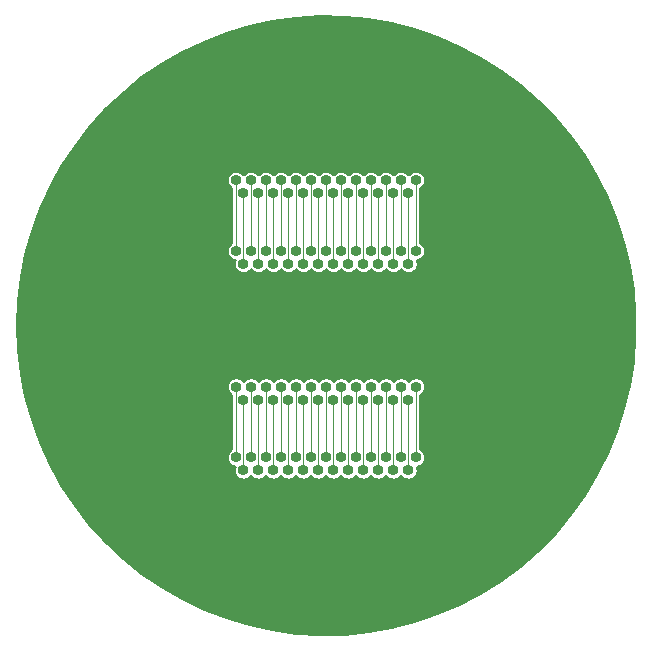
<source format=gbr>
%TF.GenerationSoftware,KiCad,Pcbnew,(5.1.10)-1*%
%TF.CreationDate,2023-01-05T11:00:30-07:00*%
%TF.ProjectId,Double_MicroD_25_Gateway,446f7562-6c65-45f4-9d69-63726f445f32,rev?*%
%TF.SameCoordinates,Original*%
%TF.FileFunction,Copper,L1,Top*%
%TF.FilePolarity,Positive*%
%FSLAX46Y46*%
G04 Gerber Fmt 4.6, Leading zero omitted, Abs format (unit mm)*
G04 Created by KiCad (PCBNEW (5.1.10)-1) date 2023-01-05 11:00:30*
%MOMM*%
%LPD*%
G01*
G04 APERTURE LIST*
%TA.AperFunction,ComponentPad*%
%ADD10O,0.920000X0.920000*%
%TD*%
%TA.AperFunction,Conductor*%
%ADD11C,0.100000*%
%TD*%
%TA.AperFunction,NonConductor*%
%ADD12C,0.254000*%
%TD*%
%TA.AperFunction,NonConductor*%
%ADD13C,0.100000*%
%TD*%
G04 APERTURE END LIST*
D10*
%TO.P,J4,1*%
%TO.N,Net-(J3-Pad13)*%
X7620000Y-11196000D03*
%TO.P,J4,14*%
%TO.N,Net-(J3-Pad25)*%
X6985000Y-12296000D03*
%TO.P,J4,2*%
%TO.N,Net-(J3-Pad12)*%
X6350000Y-11196000D03*
%TO.P,J4,15*%
%TO.N,Net-(J3-Pad24)*%
X5715000Y-12296000D03*
%TO.P,J4,3*%
%TO.N,Net-(J3-Pad11)*%
X5080000Y-11196000D03*
%TO.P,J4,16*%
%TO.N,Net-(J3-Pad23)*%
X4445000Y-12296000D03*
%TO.P,J4,4*%
%TO.N,Net-(J3-Pad10)*%
X3810000Y-11196000D03*
%TO.P,J4,17*%
%TO.N,Net-(J3-Pad22)*%
X3175000Y-12296000D03*
%TO.P,J4,5*%
%TO.N,Net-(J3-Pad9)*%
X2540000Y-11196000D03*
%TO.P,J4,18*%
%TO.N,Net-(J3-Pad21)*%
X1905000Y-12296000D03*
%TO.P,J4,6*%
%TO.N,Net-(J3-Pad8)*%
X1270000Y-11196000D03*
%TO.P,J4,19*%
%TO.N,Net-(J3-Pad20)*%
X635000Y-12296000D03*
%TO.P,J4,7*%
%TO.N,Net-(J3-Pad7)*%
X0Y-11196000D03*
%TO.P,J4,20*%
%TO.N,Net-(J3-Pad19)*%
X-635000Y-12296000D03*
%TO.P,J4,8*%
%TO.N,Net-(J3-Pad6)*%
X-1270000Y-11196000D03*
%TO.P,J4,21*%
%TO.N,Net-(J3-Pad18)*%
X-1905000Y-12296000D03*
%TO.P,J4,9*%
%TO.N,Net-(J3-Pad5)*%
X-2540000Y-11196000D03*
%TO.P,J4,22*%
%TO.N,Net-(J3-Pad17)*%
X-3175000Y-12296000D03*
%TO.P,J4,10*%
%TO.N,Net-(J3-Pad4)*%
X-3810000Y-11196000D03*
%TO.P,J4,23*%
%TO.N,Net-(J3-Pad16)*%
X-4445000Y-12296000D03*
%TO.P,J4,11*%
%TO.N,Net-(J3-Pad3)*%
X-5080000Y-11196000D03*
%TO.P,J4,24*%
%TO.N,Net-(J3-Pad15)*%
X-5715000Y-12296000D03*
%TO.P,J4,12*%
%TO.N,Net-(J3-Pad2)*%
X-6350000Y-11196000D03*
%TO.P,J4,25*%
%TO.N,Net-(J3-Pad14)*%
X-6985000Y-12296000D03*
%TO.P,J4,13*%
%TO.N,Net-(J3-Pad1)*%
X-7620000Y-11196000D03*
%TD*%
%TO.P,J3,1*%
%TO.N,Net-(J3-Pad1)*%
X-7620000Y-5196000D03*
%TO.P,J3,14*%
%TO.N,Net-(J3-Pad14)*%
X-6985000Y-6296000D03*
%TO.P,J3,2*%
%TO.N,Net-(J3-Pad2)*%
X-6350000Y-5196000D03*
%TO.P,J3,15*%
%TO.N,Net-(J3-Pad15)*%
X-5715000Y-6296000D03*
%TO.P,J3,3*%
%TO.N,Net-(J3-Pad3)*%
X-5080000Y-5196000D03*
%TO.P,J3,16*%
%TO.N,Net-(J3-Pad16)*%
X-4445000Y-6296000D03*
%TO.P,J3,4*%
%TO.N,Net-(J3-Pad4)*%
X-3810000Y-5196000D03*
%TO.P,J3,17*%
%TO.N,Net-(J3-Pad17)*%
X-3175000Y-6296000D03*
%TO.P,J3,5*%
%TO.N,Net-(J3-Pad5)*%
X-2540000Y-5196000D03*
%TO.P,J3,18*%
%TO.N,Net-(J3-Pad18)*%
X-1905000Y-6296000D03*
%TO.P,J3,6*%
%TO.N,Net-(J3-Pad6)*%
X-1270000Y-5196000D03*
%TO.P,J3,19*%
%TO.N,Net-(J3-Pad19)*%
X-635000Y-6296000D03*
%TO.P,J3,7*%
%TO.N,Net-(J3-Pad7)*%
X0Y-5196000D03*
%TO.P,J3,20*%
%TO.N,Net-(J3-Pad20)*%
X635000Y-6296000D03*
%TO.P,J3,8*%
%TO.N,Net-(J3-Pad8)*%
X1270000Y-5196000D03*
%TO.P,J3,21*%
%TO.N,Net-(J3-Pad21)*%
X1905000Y-6296000D03*
%TO.P,J3,9*%
%TO.N,Net-(J3-Pad9)*%
X2540000Y-5196000D03*
%TO.P,J3,22*%
%TO.N,Net-(J3-Pad22)*%
X3175000Y-6296000D03*
%TO.P,J3,10*%
%TO.N,Net-(J3-Pad10)*%
X3810000Y-5196000D03*
%TO.P,J3,23*%
%TO.N,Net-(J3-Pad23)*%
X4445000Y-6296000D03*
%TO.P,J3,11*%
%TO.N,Net-(J3-Pad11)*%
X5080000Y-5196000D03*
%TO.P,J3,24*%
%TO.N,Net-(J3-Pad24)*%
X5715000Y-6296000D03*
%TO.P,J3,12*%
%TO.N,Net-(J3-Pad12)*%
X6350000Y-5196000D03*
%TO.P,J3,25*%
%TO.N,Net-(J3-Pad25)*%
X6985000Y-6296000D03*
%TO.P,J3,13*%
%TO.N,Net-(J3-Pad13)*%
X7620000Y-5196000D03*
%TD*%
%TO.P,J2,1*%
%TO.N,Net-(J1-Pad13)*%
X7620000Y12296000D03*
%TO.P,J2,14*%
%TO.N,Net-(J1-Pad25)*%
X6985000Y11196000D03*
%TO.P,J2,2*%
%TO.N,Net-(J1-Pad12)*%
X6350000Y12296000D03*
%TO.P,J2,15*%
%TO.N,Net-(J1-Pad24)*%
X5715000Y11196000D03*
%TO.P,J2,3*%
%TO.N,Net-(J1-Pad11)*%
X5080000Y12296000D03*
%TO.P,J2,16*%
%TO.N,Net-(J1-Pad23)*%
X4445000Y11196000D03*
%TO.P,J2,4*%
%TO.N,Net-(J1-Pad10)*%
X3810000Y12296000D03*
%TO.P,J2,17*%
%TO.N,Net-(J1-Pad22)*%
X3175000Y11196000D03*
%TO.P,J2,5*%
%TO.N,Net-(J1-Pad9)*%
X2540000Y12296000D03*
%TO.P,J2,18*%
%TO.N,Net-(J1-Pad21)*%
X1905000Y11196000D03*
%TO.P,J2,6*%
%TO.N,Net-(J1-Pad8)*%
X1270000Y12296000D03*
%TO.P,J2,19*%
%TO.N,Net-(J1-Pad20)*%
X635000Y11196000D03*
%TO.P,J2,7*%
%TO.N,Net-(J1-Pad7)*%
X0Y12296000D03*
%TO.P,J2,20*%
%TO.N,Net-(J1-Pad19)*%
X-635000Y11196000D03*
%TO.P,J2,8*%
%TO.N,Net-(J1-Pad6)*%
X-1270000Y12296000D03*
%TO.P,J2,21*%
%TO.N,Net-(J1-Pad18)*%
X-1905000Y11196000D03*
%TO.P,J2,9*%
%TO.N,Net-(J1-Pad5)*%
X-2540000Y12296000D03*
%TO.P,J2,22*%
%TO.N,Net-(J1-Pad17)*%
X-3175000Y11196000D03*
%TO.P,J2,10*%
%TO.N,Net-(J1-Pad4)*%
X-3810000Y12296000D03*
%TO.P,J2,23*%
%TO.N,Net-(J1-Pad16)*%
X-4445000Y11196000D03*
%TO.P,J2,11*%
%TO.N,Net-(J1-Pad3)*%
X-5080000Y12296000D03*
%TO.P,J2,24*%
%TO.N,Net-(J1-Pad15)*%
X-5715000Y11196000D03*
%TO.P,J2,12*%
%TO.N,Net-(J1-Pad2)*%
X-6350000Y12296000D03*
%TO.P,J2,25*%
%TO.N,Net-(J1-Pad14)*%
X-6985000Y11196000D03*
%TO.P,J2,13*%
%TO.N,Net-(J1-Pad1)*%
X-7620000Y12296000D03*
%TD*%
%TO.P,J1,1*%
%TO.N,Net-(J1-Pad1)*%
X-7620000Y6296000D03*
%TO.P,J1,14*%
%TO.N,Net-(J1-Pad14)*%
X-6985000Y5196000D03*
%TO.P,J1,2*%
%TO.N,Net-(J1-Pad2)*%
X-6350000Y6296000D03*
%TO.P,J1,15*%
%TO.N,Net-(J1-Pad15)*%
X-5715000Y5196000D03*
%TO.P,J1,3*%
%TO.N,Net-(J1-Pad3)*%
X-5080000Y6296000D03*
%TO.P,J1,16*%
%TO.N,Net-(J1-Pad16)*%
X-4445000Y5196000D03*
%TO.P,J1,4*%
%TO.N,Net-(J1-Pad4)*%
X-3810000Y6296000D03*
%TO.P,J1,17*%
%TO.N,Net-(J1-Pad17)*%
X-3175000Y5196000D03*
%TO.P,J1,5*%
%TO.N,Net-(J1-Pad5)*%
X-2540000Y6296000D03*
%TO.P,J1,18*%
%TO.N,Net-(J1-Pad18)*%
X-1905000Y5196000D03*
%TO.P,J1,6*%
%TO.N,Net-(J1-Pad6)*%
X-1270000Y6296000D03*
%TO.P,J1,19*%
%TO.N,Net-(J1-Pad19)*%
X-635000Y5196000D03*
%TO.P,J1,7*%
%TO.N,Net-(J1-Pad7)*%
X0Y6296000D03*
%TO.P,J1,20*%
%TO.N,Net-(J1-Pad20)*%
X635000Y5196000D03*
%TO.P,J1,8*%
%TO.N,Net-(J1-Pad8)*%
X1270000Y6296000D03*
%TO.P,J1,21*%
%TO.N,Net-(J1-Pad21)*%
X1905000Y5196000D03*
%TO.P,J1,9*%
%TO.N,Net-(J1-Pad9)*%
X2540000Y6296000D03*
%TO.P,J1,22*%
%TO.N,Net-(J1-Pad22)*%
X3175000Y5196000D03*
%TO.P,J1,10*%
%TO.N,Net-(J1-Pad10)*%
X3810000Y6296000D03*
%TO.P,J1,23*%
%TO.N,Net-(J1-Pad23)*%
X4445000Y5196000D03*
%TO.P,J1,11*%
%TO.N,Net-(J1-Pad11)*%
X5080000Y6296000D03*
%TO.P,J1,24*%
%TO.N,Net-(J1-Pad24)*%
X5715000Y5196000D03*
%TO.P,J1,12*%
%TO.N,Net-(J1-Pad12)*%
X6350000Y6296000D03*
%TO.P,J1,25*%
%TO.N,Net-(J1-Pad25)*%
X6985000Y5196000D03*
%TO.P,J1,13*%
%TO.N,Net-(J1-Pad13)*%
X7620000Y6296000D03*
%TD*%
D11*
%TO.N,Net-(J1-Pad1)*%
X-7620000Y12296000D02*
X-7620000Y6296000D01*
%TO.N,Net-(J1-Pad14)*%
X-6985000Y6042998D02*
X-6985000Y5196000D01*
X-6985000Y11196000D02*
X-6985000Y6042998D01*
%TO.N,Net-(J1-Pad2)*%
X-6350000Y12296000D02*
X-6350000Y6296000D01*
%TO.N,Net-(J1-Pad15)*%
X-5715000Y5196000D02*
X-5715000Y11196000D01*
%TO.N,Net-(J1-Pad3)*%
X-5080000Y12296000D02*
X-5080000Y6296000D01*
%TO.N,Net-(J1-Pad16)*%
X-4445000Y11196000D02*
X-4445000Y5196000D01*
%TO.N,Net-(J1-Pad4)*%
X-3810000Y6296000D02*
X-3810000Y12296000D01*
%TO.N,Net-(J1-Pad17)*%
X-3175000Y6042998D02*
X-3175000Y5196000D01*
X-3175000Y11196000D02*
X-3175000Y6042998D01*
%TO.N,Net-(J1-Pad5)*%
X-2540000Y12296000D02*
X-2540000Y6296000D01*
%TO.N,Net-(J1-Pad18)*%
X-1905000Y11196000D02*
X-1905000Y5196000D01*
%TO.N,Net-(J1-Pad6)*%
X-1270000Y6296000D02*
X-1270000Y12296000D01*
%TO.N,Net-(J1-Pad19)*%
X-635000Y11196000D02*
X-635000Y5196000D01*
%TO.N,Net-(J1-Pad7)*%
X0Y6296000D02*
X0Y12296000D01*
%TO.N,Net-(J1-Pad20)*%
X635000Y11196000D02*
X635000Y5196000D01*
%TO.N,Net-(J1-Pad8)*%
X1270000Y6296000D02*
X1270000Y12296000D01*
%TO.N,Net-(J1-Pad21)*%
X1905000Y11196000D02*
X1905000Y5196000D01*
%TO.N,Net-(J1-Pad9)*%
X2540000Y11449002D02*
X2540000Y12296000D01*
X2540000Y6296000D02*
X2540000Y11449002D01*
%TO.N,Net-(J1-Pad22)*%
X3175000Y11196000D02*
X3175000Y5196000D01*
%TO.N,Net-(J1-Pad10)*%
X3810000Y11449002D02*
X3810000Y12296000D01*
X3810000Y6296000D02*
X3810000Y11449002D01*
%TO.N,Net-(J1-Pad23)*%
X4445000Y11196000D02*
X4445000Y5196000D01*
%TO.N,Net-(J1-Pad11)*%
X5080000Y6296000D02*
X5080000Y12296000D01*
%TO.N,Net-(J1-Pad24)*%
X5715000Y11196000D02*
X5715000Y5196000D01*
%TO.N,Net-(J1-Pad12)*%
X6350000Y6296000D02*
X6350000Y12296000D01*
%TO.N,Net-(J1-Pad25)*%
X6985000Y11196000D02*
X6985000Y5196000D01*
%TO.N,Net-(J1-Pad13)*%
X7620000Y6296000D02*
X7620000Y12296000D01*
%TO.N,Net-(J3-Pad1)*%
X-7620000Y-5196000D02*
X-7620000Y-11196000D01*
%TO.N,Net-(J3-Pad14)*%
X-6985000Y-12296000D02*
X-6985000Y-6296000D01*
%TO.N,Net-(J3-Pad2)*%
X-6350000Y-5196000D02*
X-6350000Y-11196000D01*
%TO.N,Net-(J3-Pad15)*%
X-5715000Y-12296000D02*
X-5715000Y-6296000D01*
%TO.N,Net-(J3-Pad3)*%
X-5080000Y-5196000D02*
X-5080000Y-11196000D01*
%TO.N,Net-(J3-Pad16)*%
X-4445000Y-12296000D02*
X-4445000Y-6296000D01*
%TO.N,Net-(J3-Pad4)*%
X-3810000Y-5196000D02*
X-3810000Y-11196000D01*
%TO.N,Net-(J3-Pad17)*%
X-3175000Y-12296000D02*
X-3175000Y-6296000D01*
%TO.N,Net-(J3-Pad5)*%
X-2540000Y-5196000D02*
X-2540000Y-11196000D01*
%TO.N,Net-(J3-Pad18)*%
X-1905000Y-12296000D02*
X-1905000Y-6296000D01*
%TO.N,Net-(J3-Pad6)*%
X-1270000Y-5196000D02*
X-1270000Y-11196000D01*
%TO.N,Net-(J3-Pad19)*%
X-635000Y-12296000D02*
X-635000Y-6296000D01*
%TO.N,Net-(J3-Pad7)*%
X0Y-5196000D02*
X0Y-11196000D01*
%TO.N,Net-(J3-Pad20)*%
X635000Y-12296000D02*
X635000Y-6296000D01*
%TO.N,Net-(J3-Pad8)*%
X1270000Y-5196000D02*
X1270000Y-11196000D01*
%TO.N,Net-(J3-Pad21)*%
X1905000Y-12296000D02*
X1905000Y-6296000D01*
%TO.N,Net-(J3-Pad9)*%
X2540000Y-5196000D02*
X2540000Y-11196000D01*
%TO.N,Net-(J3-Pad22)*%
X3175000Y-6296000D02*
X3175000Y-12296000D01*
%TO.N,Net-(J3-Pad10)*%
X3810000Y-11196000D02*
X3810000Y-5196000D01*
%TO.N,Net-(J3-Pad23)*%
X4445000Y-12296000D02*
X4445000Y-6296000D01*
%TO.N,Net-(J3-Pad11)*%
X5080000Y-5196000D02*
X5080000Y-11196000D01*
%TO.N,Net-(J3-Pad24)*%
X5715000Y-12296000D02*
X5715000Y-6296000D01*
%TO.N,Net-(J3-Pad12)*%
X6350000Y-5196000D02*
X6350000Y-11196000D01*
%TO.N,Net-(J3-Pad25)*%
X6985000Y-12296000D02*
X6985000Y-6296000D01*
%TO.N,Net-(J3-Pad13)*%
X7620000Y-5196000D02*
X7620000Y-11196000D01*
%TD*%
D12*
X1520371Y26103762D02*
X3538643Y25907449D01*
X5535633Y25555326D01*
X7499331Y25049510D01*
X9417927Y24393043D01*
X11279883Y23589874D01*
X13074000Y22644832D01*
X14789489Y21563602D01*
X16416031Y20352686D01*
X17943846Y19019366D01*
X19363745Y17571662D01*
X20667188Y16018279D01*
X21846335Y14368561D01*
X22894097Y12632428D01*
X23804170Y10820323D01*
X24571083Y8943143D01*
X25190222Y7012177D01*
X25657864Y5039040D01*
X25971197Y3035598D01*
X26128335Y1013898D01*
X26128335Y-1013898D01*
X25971197Y-3035598D01*
X25657864Y-5039040D01*
X25190222Y-7012177D01*
X24571083Y-8943143D01*
X23804170Y-10820323D01*
X22894097Y-12632428D01*
X21846335Y-14368561D01*
X20667188Y-16018279D01*
X19363745Y-17571662D01*
X17943846Y-19019366D01*
X16416031Y-20352686D01*
X14789489Y-21563602D01*
X13074000Y-22644832D01*
X11279883Y-23589874D01*
X9417927Y-24393043D01*
X7499331Y-25049510D01*
X5535633Y-25555326D01*
X3538643Y-25907449D01*
X1520371Y-26103762D01*
X-507045Y-26143083D01*
X-2531411Y-26025178D01*
X-4540553Y-25750753D01*
X-6522387Y-25321461D01*
X-8464995Y-24739882D01*
X-10356694Y-24009515D01*
X-12186106Y-23134751D01*
X-13942230Y-22120853D01*
X-15614503Y-20973917D01*
X-17192869Y-19700842D01*
X-18667835Y-18309283D01*
X-20030530Y-16807610D01*
X-21272760Y-15204855D01*
X-22387052Y-13510655D01*
X-23366706Y-11735201D01*
X-24205830Y-9889170D01*
X-24899378Y-7983664D01*
X-25443177Y-6030144D01*
X-25622220Y-5118487D01*
X-8407000Y-5118487D01*
X-8407000Y-5273513D01*
X-8376756Y-5425559D01*
X-8317430Y-5568784D01*
X-8231303Y-5697683D01*
X-8121683Y-5807303D01*
X-7997000Y-5890613D01*
X-7996999Y-10501386D01*
X-8121683Y-10584697D01*
X-8231303Y-10694317D01*
X-8317430Y-10823216D01*
X-8376756Y-10966441D01*
X-8407000Y-11118487D01*
X-8407000Y-11273513D01*
X-8376756Y-11425559D01*
X-8317430Y-11568784D01*
X-8231303Y-11697683D01*
X-8121683Y-11807303D01*
X-7992784Y-11893430D01*
X-7849559Y-11952756D01*
X-7706457Y-11981221D01*
X-7741756Y-12066441D01*
X-7772000Y-12218487D01*
X-7772000Y-12373513D01*
X-7741756Y-12525559D01*
X-7682430Y-12668784D01*
X-7596303Y-12797683D01*
X-7486683Y-12907303D01*
X-7357784Y-12993430D01*
X-7214559Y-13052756D01*
X-7062513Y-13083000D01*
X-6907487Y-13083000D01*
X-6755441Y-13052756D01*
X-6612216Y-12993430D01*
X-6483317Y-12907303D01*
X-6373697Y-12797683D01*
X-6350000Y-12762218D01*
X-6326303Y-12797683D01*
X-6216683Y-12907303D01*
X-6087784Y-12993430D01*
X-5944559Y-13052756D01*
X-5792513Y-13083000D01*
X-5637487Y-13083000D01*
X-5485441Y-13052756D01*
X-5342216Y-12993430D01*
X-5213317Y-12907303D01*
X-5103697Y-12797683D01*
X-5080000Y-12762218D01*
X-5056303Y-12797683D01*
X-4946683Y-12907303D01*
X-4817784Y-12993430D01*
X-4674559Y-13052756D01*
X-4522513Y-13083000D01*
X-4367487Y-13083000D01*
X-4215441Y-13052756D01*
X-4072216Y-12993430D01*
X-3943317Y-12907303D01*
X-3833697Y-12797683D01*
X-3810000Y-12762218D01*
X-3786303Y-12797683D01*
X-3676683Y-12907303D01*
X-3547784Y-12993430D01*
X-3404559Y-13052756D01*
X-3252513Y-13083000D01*
X-3097487Y-13083000D01*
X-2945441Y-13052756D01*
X-2802216Y-12993430D01*
X-2673317Y-12907303D01*
X-2563697Y-12797683D01*
X-2540000Y-12762218D01*
X-2516303Y-12797683D01*
X-2406683Y-12907303D01*
X-2277784Y-12993430D01*
X-2134559Y-13052756D01*
X-1982513Y-13083000D01*
X-1827487Y-13083000D01*
X-1675441Y-13052756D01*
X-1532216Y-12993430D01*
X-1403317Y-12907303D01*
X-1293697Y-12797683D01*
X-1270000Y-12762218D01*
X-1246303Y-12797683D01*
X-1136683Y-12907303D01*
X-1007784Y-12993430D01*
X-864559Y-13052756D01*
X-712513Y-13083000D01*
X-557487Y-13083000D01*
X-405441Y-13052756D01*
X-262216Y-12993430D01*
X-133317Y-12907303D01*
X-23697Y-12797683D01*
X0Y-12762218D01*
X23697Y-12797683D01*
X133317Y-12907303D01*
X262216Y-12993430D01*
X405441Y-13052756D01*
X557487Y-13083000D01*
X712513Y-13083000D01*
X864559Y-13052756D01*
X1007784Y-12993430D01*
X1136683Y-12907303D01*
X1246303Y-12797683D01*
X1270000Y-12762218D01*
X1293697Y-12797683D01*
X1403317Y-12907303D01*
X1532216Y-12993430D01*
X1675441Y-13052756D01*
X1827487Y-13083000D01*
X1982513Y-13083000D01*
X2134559Y-13052756D01*
X2277784Y-12993430D01*
X2406683Y-12907303D01*
X2516303Y-12797683D01*
X2540000Y-12762218D01*
X2563697Y-12797683D01*
X2673317Y-12907303D01*
X2802216Y-12993430D01*
X2945441Y-13052756D01*
X3097487Y-13083000D01*
X3252513Y-13083000D01*
X3404559Y-13052756D01*
X3547784Y-12993430D01*
X3676683Y-12907303D01*
X3786303Y-12797683D01*
X3810000Y-12762218D01*
X3833697Y-12797683D01*
X3943317Y-12907303D01*
X4072216Y-12993430D01*
X4215441Y-13052756D01*
X4367487Y-13083000D01*
X4522513Y-13083000D01*
X4674559Y-13052756D01*
X4817784Y-12993430D01*
X4946683Y-12907303D01*
X5056303Y-12797683D01*
X5080000Y-12762218D01*
X5103697Y-12797683D01*
X5213317Y-12907303D01*
X5342216Y-12993430D01*
X5485441Y-13052756D01*
X5637487Y-13083000D01*
X5792513Y-13083000D01*
X5944559Y-13052756D01*
X6087784Y-12993430D01*
X6216683Y-12907303D01*
X6326303Y-12797683D01*
X6350000Y-12762218D01*
X6373697Y-12797683D01*
X6483317Y-12907303D01*
X6612216Y-12993430D01*
X6755441Y-13052756D01*
X6907487Y-13083000D01*
X7062513Y-13083000D01*
X7214559Y-13052756D01*
X7357784Y-12993430D01*
X7486683Y-12907303D01*
X7596303Y-12797683D01*
X7682430Y-12668784D01*
X7741756Y-12525559D01*
X7772000Y-12373513D01*
X7772000Y-12218487D01*
X7741756Y-12066441D01*
X7706457Y-11981221D01*
X7849559Y-11952756D01*
X7992784Y-11893430D01*
X8121683Y-11807303D01*
X8231303Y-11697683D01*
X8317430Y-11568784D01*
X8376756Y-11425559D01*
X8407000Y-11273513D01*
X8407000Y-11118487D01*
X8376756Y-10966441D01*
X8317430Y-10823216D01*
X8231303Y-10694317D01*
X8121683Y-10584697D01*
X7997000Y-10501387D01*
X7997000Y-5890613D01*
X8121683Y-5807303D01*
X8231303Y-5697683D01*
X8317430Y-5568784D01*
X8376756Y-5425559D01*
X8407000Y-5273513D01*
X8407000Y-5118487D01*
X8376756Y-4966441D01*
X8317430Y-4823216D01*
X8231303Y-4694317D01*
X8121683Y-4584697D01*
X7992784Y-4498570D01*
X7849559Y-4439244D01*
X7697513Y-4409000D01*
X7542487Y-4409000D01*
X7390441Y-4439244D01*
X7247216Y-4498570D01*
X7118317Y-4584697D01*
X7008697Y-4694317D01*
X6985000Y-4729782D01*
X6961303Y-4694317D01*
X6851683Y-4584697D01*
X6722784Y-4498570D01*
X6579559Y-4439244D01*
X6427513Y-4409000D01*
X6272487Y-4409000D01*
X6120441Y-4439244D01*
X5977216Y-4498570D01*
X5848317Y-4584697D01*
X5738697Y-4694317D01*
X5715000Y-4729782D01*
X5691303Y-4694317D01*
X5581683Y-4584697D01*
X5452784Y-4498570D01*
X5309559Y-4439244D01*
X5157513Y-4409000D01*
X5002487Y-4409000D01*
X4850441Y-4439244D01*
X4707216Y-4498570D01*
X4578317Y-4584697D01*
X4468697Y-4694317D01*
X4445000Y-4729782D01*
X4421303Y-4694317D01*
X4311683Y-4584697D01*
X4182784Y-4498570D01*
X4039559Y-4439244D01*
X3887513Y-4409000D01*
X3732487Y-4409000D01*
X3580441Y-4439244D01*
X3437216Y-4498570D01*
X3308317Y-4584697D01*
X3198697Y-4694317D01*
X3175000Y-4729782D01*
X3151303Y-4694317D01*
X3041683Y-4584697D01*
X2912784Y-4498570D01*
X2769559Y-4439244D01*
X2617513Y-4409000D01*
X2462487Y-4409000D01*
X2310441Y-4439244D01*
X2167216Y-4498570D01*
X2038317Y-4584697D01*
X1928697Y-4694317D01*
X1905000Y-4729782D01*
X1881303Y-4694317D01*
X1771683Y-4584697D01*
X1642784Y-4498570D01*
X1499559Y-4439244D01*
X1347513Y-4409000D01*
X1192487Y-4409000D01*
X1040441Y-4439244D01*
X897216Y-4498570D01*
X768317Y-4584697D01*
X658697Y-4694317D01*
X635000Y-4729782D01*
X611303Y-4694317D01*
X501683Y-4584697D01*
X372784Y-4498570D01*
X229559Y-4439244D01*
X77513Y-4409000D01*
X-77513Y-4409000D01*
X-229559Y-4439244D01*
X-372784Y-4498570D01*
X-501683Y-4584697D01*
X-611303Y-4694317D01*
X-635000Y-4729782D01*
X-658697Y-4694317D01*
X-768317Y-4584697D01*
X-897216Y-4498570D01*
X-1040441Y-4439244D01*
X-1192487Y-4409000D01*
X-1347513Y-4409000D01*
X-1499559Y-4439244D01*
X-1642784Y-4498570D01*
X-1771683Y-4584697D01*
X-1881303Y-4694317D01*
X-1905000Y-4729782D01*
X-1928697Y-4694317D01*
X-2038317Y-4584697D01*
X-2167216Y-4498570D01*
X-2310441Y-4439244D01*
X-2462487Y-4409000D01*
X-2617513Y-4409000D01*
X-2769559Y-4439244D01*
X-2912784Y-4498570D01*
X-3041683Y-4584697D01*
X-3151303Y-4694317D01*
X-3175000Y-4729782D01*
X-3198697Y-4694317D01*
X-3308317Y-4584697D01*
X-3437216Y-4498570D01*
X-3580441Y-4439244D01*
X-3732487Y-4409000D01*
X-3887513Y-4409000D01*
X-4039559Y-4439244D01*
X-4182784Y-4498570D01*
X-4311683Y-4584697D01*
X-4421303Y-4694317D01*
X-4445000Y-4729782D01*
X-4468697Y-4694317D01*
X-4578317Y-4584697D01*
X-4707216Y-4498570D01*
X-4850441Y-4439244D01*
X-5002487Y-4409000D01*
X-5157513Y-4409000D01*
X-5309559Y-4439244D01*
X-5452784Y-4498570D01*
X-5581683Y-4584697D01*
X-5691303Y-4694317D01*
X-5715000Y-4729782D01*
X-5738697Y-4694317D01*
X-5848317Y-4584697D01*
X-5977216Y-4498570D01*
X-6120441Y-4439244D01*
X-6272487Y-4409000D01*
X-6427513Y-4409000D01*
X-6579559Y-4439244D01*
X-6722784Y-4498570D01*
X-6851683Y-4584697D01*
X-6961303Y-4694317D01*
X-6985000Y-4729782D01*
X-7008697Y-4694317D01*
X-7118317Y-4584697D01*
X-7247216Y-4498570D01*
X-7390441Y-4439244D01*
X-7542487Y-4409000D01*
X-7697513Y-4409000D01*
X-7849559Y-4439244D01*
X-7992784Y-4498570D01*
X-8121683Y-4584697D01*
X-8231303Y-4694317D01*
X-8317430Y-4823216D01*
X-8376756Y-4966441D01*
X-8407000Y-5118487D01*
X-25622220Y-5118487D01*
X-25833959Y-4040357D01*
X-26069371Y-2026272D01*
X-26148000Y0D01*
X-26069371Y2026272D01*
X-25833959Y4040357D01*
X-25443177Y6030144D01*
X-24899378Y7983664D01*
X-24205830Y9889170D01*
X-23366706Y11735201D01*
X-23014501Y12373513D01*
X-8407000Y12373513D01*
X-8407000Y12218487D01*
X-8376756Y12066441D01*
X-8317430Y11923216D01*
X-8231303Y11794317D01*
X-8121683Y11684697D01*
X-7997000Y11601387D01*
X-7996999Y6990614D01*
X-8121683Y6907303D01*
X-8231303Y6797683D01*
X-8317430Y6668784D01*
X-8376756Y6525559D01*
X-8407000Y6373513D01*
X-8407000Y6218487D01*
X-8376756Y6066441D01*
X-8317430Y5923216D01*
X-8231303Y5794317D01*
X-8121683Y5684697D01*
X-7992784Y5598570D01*
X-7849559Y5539244D01*
X-7706457Y5510779D01*
X-7741756Y5425559D01*
X-7772000Y5273513D01*
X-7772000Y5118487D01*
X-7741756Y4966441D01*
X-7682430Y4823216D01*
X-7596303Y4694317D01*
X-7486683Y4584697D01*
X-7357784Y4498570D01*
X-7214559Y4439244D01*
X-7062513Y4409000D01*
X-6907487Y4409000D01*
X-6755441Y4439244D01*
X-6612216Y4498570D01*
X-6483317Y4584697D01*
X-6373697Y4694317D01*
X-6350000Y4729782D01*
X-6326303Y4694317D01*
X-6216683Y4584697D01*
X-6087784Y4498570D01*
X-5944559Y4439244D01*
X-5792513Y4409000D01*
X-5637487Y4409000D01*
X-5485441Y4439244D01*
X-5342216Y4498570D01*
X-5213317Y4584697D01*
X-5103697Y4694317D01*
X-5080000Y4729782D01*
X-5056303Y4694317D01*
X-4946683Y4584697D01*
X-4817784Y4498570D01*
X-4674559Y4439244D01*
X-4522513Y4409000D01*
X-4367487Y4409000D01*
X-4215441Y4439244D01*
X-4072216Y4498570D01*
X-3943317Y4584697D01*
X-3833697Y4694317D01*
X-3810000Y4729782D01*
X-3786303Y4694317D01*
X-3676683Y4584697D01*
X-3547784Y4498570D01*
X-3404559Y4439244D01*
X-3252513Y4409000D01*
X-3097487Y4409000D01*
X-2945441Y4439244D01*
X-2802216Y4498570D01*
X-2673317Y4584697D01*
X-2563697Y4694317D01*
X-2540000Y4729782D01*
X-2516303Y4694317D01*
X-2406683Y4584697D01*
X-2277784Y4498570D01*
X-2134559Y4439244D01*
X-1982513Y4409000D01*
X-1827487Y4409000D01*
X-1675441Y4439244D01*
X-1532216Y4498570D01*
X-1403317Y4584697D01*
X-1293697Y4694317D01*
X-1270000Y4729782D01*
X-1246303Y4694317D01*
X-1136683Y4584697D01*
X-1007784Y4498570D01*
X-864559Y4439244D01*
X-712513Y4409000D01*
X-557487Y4409000D01*
X-405441Y4439244D01*
X-262216Y4498570D01*
X-133317Y4584697D01*
X-23697Y4694317D01*
X0Y4729782D01*
X23697Y4694317D01*
X133317Y4584697D01*
X262216Y4498570D01*
X405441Y4439244D01*
X557487Y4409000D01*
X712513Y4409000D01*
X864559Y4439244D01*
X1007784Y4498570D01*
X1136683Y4584697D01*
X1246303Y4694317D01*
X1270000Y4729782D01*
X1293697Y4694317D01*
X1403317Y4584697D01*
X1532216Y4498570D01*
X1675441Y4439244D01*
X1827487Y4409000D01*
X1982513Y4409000D01*
X2134559Y4439244D01*
X2277784Y4498570D01*
X2406683Y4584697D01*
X2516303Y4694317D01*
X2540000Y4729782D01*
X2563697Y4694317D01*
X2673317Y4584697D01*
X2802216Y4498570D01*
X2945441Y4439244D01*
X3097487Y4409000D01*
X3252513Y4409000D01*
X3404559Y4439244D01*
X3547784Y4498570D01*
X3676683Y4584697D01*
X3786303Y4694317D01*
X3810000Y4729782D01*
X3833697Y4694317D01*
X3943317Y4584697D01*
X4072216Y4498570D01*
X4215441Y4439244D01*
X4367487Y4409000D01*
X4522513Y4409000D01*
X4674559Y4439244D01*
X4817784Y4498570D01*
X4946683Y4584697D01*
X5056303Y4694317D01*
X5080000Y4729782D01*
X5103697Y4694317D01*
X5213317Y4584697D01*
X5342216Y4498570D01*
X5485441Y4439244D01*
X5637487Y4409000D01*
X5792513Y4409000D01*
X5944559Y4439244D01*
X6087784Y4498570D01*
X6216683Y4584697D01*
X6326303Y4694317D01*
X6350000Y4729782D01*
X6373697Y4694317D01*
X6483317Y4584697D01*
X6612216Y4498570D01*
X6755441Y4439244D01*
X6907487Y4409000D01*
X7062513Y4409000D01*
X7214559Y4439244D01*
X7357784Y4498570D01*
X7486683Y4584697D01*
X7596303Y4694317D01*
X7682430Y4823216D01*
X7741756Y4966441D01*
X7772000Y5118487D01*
X7772000Y5273513D01*
X7741756Y5425559D01*
X7706457Y5510779D01*
X7849559Y5539244D01*
X7992784Y5598570D01*
X8121683Y5684697D01*
X8231303Y5794317D01*
X8317430Y5923216D01*
X8376756Y6066441D01*
X8407000Y6218487D01*
X8407000Y6373513D01*
X8376756Y6525559D01*
X8317430Y6668784D01*
X8231303Y6797683D01*
X8121683Y6907303D01*
X7997000Y6990613D01*
X7997000Y11601387D01*
X8121683Y11684697D01*
X8231303Y11794317D01*
X8317430Y11923216D01*
X8376756Y12066441D01*
X8407000Y12218487D01*
X8407000Y12373513D01*
X8376756Y12525559D01*
X8317430Y12668784D01*
X8231303Y12797683D01*
X8121683Y12907303D01*
X7992784Y12993430D01*
X7849559Y13052756D01*
X7697513Y13083000D01*
X7542487Y13083000D01*
X7390441Y13052756D01*
X7247216Y12993430D01*
X7118317Y12907303D01*
X7008697Y12797683D01*
X6985000Y12762218D01*
X6961303Y12797683D01*
X6851683Y12907303D01*
X6722784Y12993430D01*
X6579559Y13052756D01*
X6427513Y13083000D01*
X6272487Y13083000D01*
X6120441Y13052756D01*
X5977216Y12993430D01*
X5848317Y12907303D01*
X5738697Y12797683D01*
X5715000Y12762218D01*
X5691303Y12797683D01*
X5581683Y12907303D01*
X5452784Y12993430D01*
X5309559Y13052756D01*
X5157513Y13083000D01*
X5002487Y13083000D01*
X4850441Y13052756D01*
X4707216Y12993430D01*
X4578317Y12907303D01*
X4468697Y12797683D01*
X4445000Y12762218D01*
X4421303Y12797683D01*
X4311683Y12907303D01*
X4182784Y12993430D01*
X4039559Y13052756D01*
X3887513Y13083000D01*
X3732487Y13083000D01*
X3580441Y13052756D01*
X3437216Y12993430D01*
X3308317Y12907303D01*
X3198697Y12797683D01*
X3175000Y12762218D01*
X3151303Y12797683D01*
X3041683Y12907303D01*
X2912784Y12993430D01*
X2769559Y13052756D01*
X2617513Y13083000D01*
X2462487Y13083000D01*
X2310441Y13052756D01*
X2167216Y12993430D01*
X2038317Y12907303D01*
X1928697Y12797683D01*
X1905000Y12762218D01*
X1881303Y12797683D01*
X1771683Y12907303D01*
X1642784Y12993430D01*
X1499559Y13052756D01*
X1347513Y13083000D01*
X1192487Y13083000D01*
X1040441Y13052756D01*
X897216Y12993430D01*
X768317Y12907303D01*
X658697Y12797683D01*
X635000Y12762218D01*
X611303Y12797683D01*
X501683Y12907303D01*
X372784Y12993430D01*
X229559Y13052756D01*
X77513Y13083000D01*
X-77513Y13083000D01*
X-229559Y13052756D01*
X-372784Y12993430D01*
X-501683Y12907303D01*
X-611303Y12797683D01*
X-635000Y12762218D01*
X-658697Y12797683D01*
X-768317Y12907303D01*
X-897216Y12993430D01*
X-1040441Y13052756D01*
X-1192487Y13083000D01*
X-1347513Y13083000D01*
X-1499559Y13052756D01*
X-1642784Y12993430D01*
X-1771683Y12907303D01*
X-1881303Y12797683D01*
X-1905000Y12762218D01*
X-1928697Y12797683D01*
X-2038317Y12907303D01*
X-2167216Y12993430D01*
X-2310441Y13052756D01*
X-2462487Y13083000D01*
X-2617513Y13083000D01*
X-2769559Y13052756D01*
X-2912784Y12993430D01*
X-3041683Y12907303D01*
X-3151303Y12797683D01*
X-3175000Y12762218D01*
X-3198697Y12797683D01*
X-3308317Y12907303D01*
X-3437216Y12993430D01*
X-3580441Y13052756D01*
X-3732487Y13083000D01*
X-3887513Y13083000D01*
X-4039559Y13052756D01*
X-4182784Y12993430D01*
X-4311683Y12907303D01*
X-4421303Y12797683D01*
X-4445000Y12762218D01*
X-4468697Y12797683D01*
X-4578317Y12907303D01*
X-4707216Y12993430D01*
X-4850441Y13052756D01*
X-5002487Y13083000D01*
X-5157513Y13083000D01*
X-5309559Y13052756D01*
X-5452784Y12993430D01*
X-5581683Y12907303D01*
X-5691303Y12797683D01*
X-5715000Y12762218D01*
X-5738697Y12797683D01*
X-5848317Y12907303D01*
X-5977216Y12993430D01*
X-6120441Y13052756D01*
X-6272487Y13083000D01*
X-6427513Y13083000D01*
X-6579559Y13052756D01*
X-6722784Y12993430D01*
X-6851683Y12907303D01*
X-6961303Y12797683D01*
X-6985000Y12762218D01*
X-7008697Y12797683D01*
X-7118317Y12907303D01*
X-7247216Y12993430D01*
X-7390441Y13052756D01*
X-7542487Y13083000D01*
X-7697513Y13083000D01*
X-7849559Y13052756D01*
X-7992784Y12993430D01*
X-8121683Y12907303D01*
X-8231303Y12797683D01*
X-8317430Y12668784D01*
X-8376756Y12525559D01*
X-8407000Y12373513D01*
X-23014501Y12373513D01*
X-22387052Y13510655D01*
X-21272760Y15204855D01*
X-20030530Y16807610D01*
X-18667835Y18309283D01*
X-17192869Y19700842D01*
X-15614503Y20973917D01*
X-13942230Y22120853D01*
X-12186106Y23134751D01*
X-10356694Y24009515D01*
X-8464995Y24739882D01*
X-6522387Y25321461D01*
X-4540553Y25750753D01*
X-2531411Y26025178D01*
X-507045Y26143083D01*
X1520371Y26103762D01*
%TA.AperFunction,NonConductor*%
D13*
G36*
X1520371Y26103762D02*
G01*
X3538643Y25907449D01*
X5535633Y25555326D01*
X7499331Y25049510D01*
X9417927Y24393043D01*
X11279883Y23589874D01*
X13074000Y22644832D01*
X14789489Y21563602D01*
X16416031Y20352686D01*
X17943846Y19019366D01*
X19363745Y17571662D01*
X20667188Y16018279D01*
X21846335Y14368561D01*
X22894097Y12632428D01*
X23804170Y10820323D01*
X24571083Y8943143D01*
X25190222Y7012177D01*
X25657864Y5039040D01*
X25971197Y3035598D01*
X26128335Y1013898D01*
X26128335Y-1013898D01*
X25971197Y-3035598D01*
X25657864Y-5039040D01*
X25190222Y-7012177D01*
X24571083Y-8943143D01*
X23804170Y-10820323D01*
X22894097Y-12632428D01*
X21846335Y-14368561D01*
X20667188Y-16018279D01*
X19363745Y-17571662D01*
X17943846Y-19019366D01*
X16416031Y-20352686D01*
X14789489Y-21563602D01*
X13074000Y-22644832D01*
X11279883Y-23589874D01*
X9417927Y-24393043D01*
X7499331Y-25049510D01*
X5535633Y-25555326D01*
X3538643Y-25907449D01*
X1520371Y-26103762D01*
X-507045Y-26143083D01*
X-2531411Y-26025178D01*
X-4540553Y-25750753D01*
X-6522387Y-25321461D01*
X-8464995Y-24739882D01*
X-10356694Y-24009515D01*
X-12186106Y-23134751D01*
X-13942230Y-22120853D01*
X-15614503Y-20973917D01*
X-17192869Y-19700842D01*
X-18667835Y-18309283D01*
X-20030530Y-16807610D01*
X-21272760Y-15204855D01*
X-22387052Y-13510655D01*
X-23366706Y-11735201D01*
X-24205830Y-9889170D01*
X-24899378Y-7983664D01*
X-25443177Y-6030144D01*
X-25622220Y-5118487D01*
X-8407000Y-5118487D01*
X-8407000Y-5273513D01*
X-8376756Y-5425559D01*
X-8317430Y-5568784D01*
X-8231303Y-5697683D01*
X-8121683Y-5807303D01*
X-7997000Y-5890613D01*
X-7996999Y-10501386D01*
X-8121683Y-10584697D01*
X-8231303Y-10694317D01*
X-8317430Y-10823216D01*
X-8376756Y-10966441D01*
X-8407000Y-11118487D01*
X-8407000Y-11273513D01*
X-8376756Y-11425559D01*
X-8317430Y-11568784D01*
X-8231303Y-11697683D01*
X-8121683Y-11807303D01*
X-7992784Y-11893430D01*
X-7849559Y-11952756D01*
X-7706457Y-11981221D01*
X-7741756Y-12066441D01*
X-7772000Y-12218487D01*
X-7772000Y-12373513D01*
X-7741756Y-12525559D01*
X-7682430Y-12668784D01*
X-7596303Y-12797683D01*
X-7486683Y-12907303D01*
X-7357784Y-12993430D01*
X-7214559Y-13052756D01*
X-7062513Y-13083000D01*
X-6907487Y-13083000D01*
X-6755441Y-13052756D01*
X-6612216Y-12993430D01*
X-6483317Y-12907303D01*
X-6373697Y-12797683D01*
X-6350000Y-12762218D01*
X-6326303Y-12797683D01*
X-6216683Y-12907303D01*
X-6087784Y-12993430D01*
X-5944559Y-13052756D01*
X-5792513Y-13083000D01*
X-5637487Y-13083000D01*
X-5485441Y-13052756D01*
X-5342216Y-12993430D01*
X-5213317Y-12907303D01*
X-5103697Y-12797683D01*
X-5080000Y-12762218D01*
X-5056303Y-12797683D01*
X-4946683Y-12907303D01*
X-4817784Y-12993430D01*
X-4674559Y-13052756D01*
X-4522513Y-13083000D01*
X-4367487Y-13083000D01*
X-4215441Y-13052756D01*
X-4072216Y-12993430D01*
X-3943317Y-12907303D01*
X-3833697Y-12797683D01*
X-3810000Y-12762218D01*
X-3786303Y-12797683D01*
X-3676683Y-12907303D01*
X-3547784Y-12993430D01*
X-3404559Y-13052756D01*
X-3252513Y-13083000D01*
X-3097487Y-13083000D01*
X-2945441Y-13052756D01*
X-2802216Y-12993430D01*
X-2673317Y-12907303D01*
X-2563697Y-12797683D01*
X-2540000Y-12762218D01*
X-2516303Y-12797683D01*
X-2406683Y-12907303D01*
X-2277784Y-12993430D01*
X-2134559Y-13052756D01*
X-1982513Y-13083000D01*
X-1827487Y-13083000D01*
X-1675441Y-13052756D01*
X-1532216Y-12993430D01*
X-1403317Y-12907303D01*
X-1293697Y-12797683D01*
X-1270000Y-12762218D01*
X-1246303Y-12797683D01*
X-1136683Y-12907303D01*
X-1007784Y-12993430D01*
X-864559Y-13052756D01*
X-712513Y-13083000D01*
X-557487Y-13083000D01*
X-405441Y-13052756D01*
X-262216Y-12993430D01*
X-133317Y-12907303D01*
X-23697Y-12797683D01*
X0Y-12762218D01*
X23697Y-12797683D01*
X133317Y-12907303D01*
X262216Y-12993430D01*
X405441Y-13052756D01*
X557487Y-13083000D01*
X712513Y-13083000D01*
X864559Y-13052756D01*
X1007784Y-12993430D01*
X1136683Y-12907303D01*
X1246303Y-12797683D01*
X1270000Y-12762218D01*
X1293697Y-12797683D01*
X1403317Y-12907303D01*
X1532216Y-12993430D01*
X1675441Y-13052756D01*
X1827487Y-13083000D01*
X1982513Y-13083000D01*
X2134559Y-13052756D01*
X2277784Y-12993430D01*
X2406683Y-12907303D01*
X2516303Y-12797683D01*
X2540000Y-12762218D01*
X2563697Y-12797683D01*
X2673317Y-12907303D01*
X2802216Y-12993430D01*
X2945441Y-13052756D01*
X3097487Y-13083000D01*
X3252513Y-13083000D01*
X3404559Y-13052756D01*
X3547784Y-12993430D01*
X3676683Y-12907303D01*
X3786303Y-12797683D01*
X3810000Y-12762218D01*
X3833697Y-12797683D01*
X3943317Y-12907303D01*
X4072216Y-12993430D01*
X4215441Y-13052756D01*
X4367487Y-13083000D01*
X4522513Y-13083000D01*
X4674559Y-13052756D01*
X4817784Y-12993430D01*
X4946683Y-12907303D01*
X5056303Y-12797683D01*
X5080000Y-12762218D01*
X5103697Y-12797683D01*
X5213317Y-12907303D01*
X5342216Y-12993430D01*
X5485441Y-13052756D01*
X5637487Y-13083000D01*
X5792513Y-13083000D01*
X5944559Y-13052756D01*
X6087784Y-12993430D01*
X6216683Y-12907303D01*
X6326303Y-12797683D01*
X6350000Y-12762218D01*
X6373697Y-12797683D01*
X6483317Y-12907303D01*
X6612216Y-12993430D01*
X6755441Y-13052756D01*
X6907487Y-13083000D01*
X7062513Y-13083000D01*
X7214559Y-13052756D01*
X7357784Y-12993430D01*
X7486683Y-12907303D01*
X7596303Y-12797683D01*
X7682430Y-12668784D01*
X7741756Y-12525559D01*
X7772000Y-12373513D01*
X7772000Y-12218487D01*
X7741756Y-12066441D01*
X7706457Y-11981221D01*
X7849559Y-11952756D01*
X7992784Y-11893430D01*
X8121683Y-11807303D01*
X8231303Y-11697683D01*
X8317430Y-11568784D01*
X8376756Y-11425559D01*
X8407000Y-11273513D01*
X8407000Y-11118487D01*
X8376756Y-10966441D01*
X8317430Y-10823216D01*
X8231303Y-10694317D01*
X8121683Y-10584697D01*
X7997000Y-10501387D01*
X7997000Y-5890613D01*
X8121683Y-5807303D01*
X8231303Y-5697683D01*
X8317430Y-5568784D01*
X8376756Y-5425559D01*
X8407000Y-5273513D01*
X8407000Y-5118487D01*
X8376756Y-4966441D01*
X8317430Y-4823216D01*
X8231303Y-4694317D01*
X8121683Y-4584697D01*
X7992784Y-4498570D01*
X7849559Y-4439244D01*
X7697513Y-4409000D01*
X7542487Y-4409000D01*
X7390441Y-4439244D01*
X7247216Y-4498570D01*
X7118317Y-4584697D01*
X7008697Y-4694317D01*
X6985000Y-4729782D01*
X6961303Y-4694317D01*
X6851683Y-4584697D01*
X6722784Y-4498570D01*
X6579559Y-4439244D01*
X6427513Y-4409000D01*
X6272487Y-4409000D01*
X6120441Y-4439244D01*
X5977216Y-4498570D01*
X5848317Y-4584697D01*
X5738697Y-4694317D01*
X5715000Y-4729782D01*
X5691303Y-4694317D01*
X5581683Y-4584697D01*
X5452784Y-4498570D01*
X5309559Y-4439244D01*
X5157513Y-4409000D01*
X5002487Y-4409000D01*
X4850441Y-4439244D01*
X4707216Y-4498570D01*
X4578317Y-4584697D01*
X4468697Y-4694317D01*
X4445000Y-4729782D01*
X4421303Y-4694317D01*
X4311683Y-4584697D01*
X4182784Y-4498570D01*
X4039559Y-4439244D01*
X3887513Y-4409000D01*
X3732487Y-4409000D01*
X3580441Y-4439244D01*
X3437216Y-4498570D01*
X3308317Y-4584697D01*
X3198697Y-4694317D01*
X3175000Y-4729782D01*
X3151303Y-4694317D01*
X3041683Y-4584697D01*
X2912784Y-4498570D01*
X2769559Y-4439244D01*
X2617513Y-4409000D01*
X2462487Y-4409000D01*
X2310441Y-4439244D01*
X2167216Y-4498570D01*
X2038317Y-4584697D01*
X1928697Y-4694317D01*
X1905000Y-4729782D01*
X1881303Y-4694317D01*
X1771683Y-4584697D01*
X1642784Y-4498570D01*
X1499559Y-4439244D01*
X1347513Y-4409000D01*
X1192487Y-4409000D01*
X1040441Y-4439244D01*
X897216Y-4498570D01*
X768317Y-4584697D01*
X658697Y-4694317D01*
X635000Y-4729782D01*
X611303Y-4694317D01*
X501683Y-4584697D01*
X372784Y-4498570D01*
X229559Y-4439244D01*
X77513Y-4409000D01*
X-77513Y-4409000D01*
X-229559Y-4439244D01*
X-372784Y-4498570D01*
X-501683Y-4584697D01*
X-611303Y-4694317D01*
X-635000Y-4729782D01*
X-658697Y-4694317D01*
X-768317Y-4584697D01*
X-897216Y-4498570D01*
X-1040441Y-4439244D01*
X-1192487Y-4409000D01*
X-1347513Y-4409000D01*
X-1499559Y-4439244D01*
X-1642784Y-4498570D01*
X-1771683Y-4584697D01*
X-1881303Y-4694317D01*
X-1905000Y-4729782D01*
X-1928697Y-4694317D01*
X-2038317Y-4584697D01*
X-2167216Y-4498570D01*
X-2310441Y-4439244D01*
X-2462487Y-4409000D01*
X-2617513Y-4409000D01*
X-2769559Y-4439244D01*
X-2912784Y-4498570D01*
X-3041683Y-4584697D01*
X-3151303Y-4694317D01*
X-3175000Y-4729782D01*
X-3198697Y-4694317D01*
X-3308317Y-4584697D01*
X-3437216Y-4498570D01*
X-3580441Y-4439244D01*
X-3732487Y-4409000D01*
X-3887513Y-4409000D01*
X-4039559Y-4439244D01*
X-4182784Y-4498570D01*
X-4311683Y-4584697D01*
X-4421303Y-4694317D01*
X-4445000Y-4729782D01*
X-4468697Y-4694317D01*
X-4578317Y-4584697D01*
X-4707216Y-4498570D01*
X-4850441Y-4439244D01*
X-5002487Y-4409000D01*
X-5157513Y-4409000D01*
X-5309559Y-4439244D01*
X-5452784Y-4498570D01*
X-5581683Y-4584697D01*
X-5691303Y-4694317D01*
X-5715000Y-4729782D01*
X-5738697Y-4694317D01*
X-5848317Y-4584697D01*
X-5977216Y-4498570D01*
X-6120441Y-4439244D01*
X-6272487Y-4409000D01*
X-6427513Y-4409000D01*
X-6579559Y-4439244D01*
X-6722784Y-4498570D01*
X-6851683Y-4584697D01*
X-6961303Y-4694317D01*
X-6985000Y-4729782D01*
X-7008697Y-4694317D01*
X-7118317Y-4584697D01*
X-7247216Y-4498570D01*
X-7390441Y-4439244D01*
X-7542487Y-4409000D01*
X-7697513Y-4409000D01*
X-7849559Y-4439244D01*
X-7992784Y-4498570D01*
X-8121683Y-4584697D01*
X-8231303Y-4694317D01*
X-8317430Y-4823216D01*
X-8376756Y-4966441D01*
X-8407000Y-5118487D01*
X-25622220Y-5118487D01*
X-25833959Y-4040357D01*
X-26069371Y-2026272D01*
X-26148000Y0D01*
X-26069371Y2026272D01*
X-25833959Y4040357D01*
X-25443177Y6030144D01*
X-24899378Y7983664D01*
X-24205830Y9889170D01*
X-23366706Y11735201D01*
X-23014501Y12373513D01*
X-8407000Y12373513D01*
X-8407000Y12218487D01*
X-8376756Y12066441D01*
X-8317430Y11923216D01*
X-8231303Y11794317D01*
X-8121683Y11684697D01*
X-7997000Y11601387D01*
X-7996999Y6990614D01*
X-8121683Y6907303D01*
X-8231303Y6797683D01*
X-8317430Y6668784D01*
X-8376756Y6525559D01*
X-8407000Y6373513D01*
X-8407000Y6218487D01*
X-8376756Y6066441D01*
X-8317430Y5923216D01*
X-8231303Y5794317D01*
X-8121683Y5684697D01*
X-7992784Y5598570D01*
X-7849559Y5539244D01*
X-7706457Y5510779D01*
X-7741756Y5425559D01*
X-7772000Y5273513D01*
X-7772000Y5118487D01*
X-7741756Y4966441D01*
X-7682430Y4823216D01*
X-7596303Y4694317D01*
X-7486683Y4584697D01*
X-7357784Y4498570D01*
X-7214559Y4439244D01*
X-7062513Y4409000D01*
X-6907487Y4409000D01*
X-6755441Y4439244D01*
X-6612216Y4498570D01*
X-6483317Y4584697D01*
X-6373697Y4694317D01*
X-6350000Y4729782D01*
X-6326303Y4694317D01*
X-6216683Y4584697D01*
X-6087784Y4498570D01*
X-5944559Y4439244D01*
X-5792513Y4409000D01*
X-5637487Y4409000D01*
X-5485441Y4439244D01*
X-5342216Y4498570D01*
X-5213317Y4584697D01*
X-5103697Y4694317D01*
X-5080000Y4729782D01*
X-5056303Y4694317D01*
X-4946683Y4584697D01*
X-4817784Y4498570D01*
X-4674559Y4439244D01*
X-4522513Y4409000D01*
X-4367487Y4409000D01*
X-4215441Y4439244D01*
X-4072216Y4498570D01*
X-3943317Y4584697D01*
X-3833697Y4694317D01*
X-3810000Y4729782D01*
X-3786303Y4694317D01*
X-3676683Y4584697D01*
X-3547784Y4498570D01*
X-3404559Y4439244D01*
X-3252513Y4409000D01*
X-3097487Y4409000D01*
X-2945441Y4439244D01*
X-2802216Y4498570D01*
X-2673317Y4584697D01*
X-2563697Y4694317D01*
X-2540000Y4729782D01*
X-2516303Y4694317D01*
X-2406683Y4584697D01*
X-2277784Y4498570D01*
X-2134559Y4439244D01*
X-1982513Y4409000D01*
X-1827487Y4409000D01*
X-1675441Y4439244D01*
X-1532216Y4498570D01*
X-1403317Y4584697D01*
X-1293697Y4694317D01*
X-1270000Y4729782D01*
X-1246303Y4694317D01*
X-1136683Y4584697D01*
X-1007784Y4498570D01*
X-864559Y4439244D01*
X-712513Y4409000D01*
X-557487Y4409000D01*
X-405441Y4439244D01*
X-262216Y4498570D01*
X-133317Y4584697D01*
X-23697Y4694317D01*
X0Y4729782D01*
X23697Y4694317D01*
X133317Y4584697D01*
X262216Y4498570D01*
X405441Y4439244D01*
X557487Y4409000D01*
X712513Y4409000D01*
X864559Y4439244D01*
X1007784Y4498570D01*
X1136683Y4584697D01*
X1246303Y4694317D01*
X1270000Y4729782D01*
X1293697Y4694317D01*
X1403317Y4584697D01*
X1532216Y4498570D01*
X1675441Y4439244D01*
X1827487Y4409000D01*
X1982513Y4409000D01*
X2134559Y4439244D01*
X2277784Y4498570D01*
X2406683Y4584697D01*
X2516303Y4694317D01*
X2540000Y4729782D01*
X2563697Y4694317D01*
X2673317Y4584697D01*
X2802216Y4498570D01*
X2945441Y4439244D01*
X3097487Y4409000D01*
X3252513Y4409000D01*
X3404559Y4439244D01*
X3547784Y4498570D01*
X3676683Y4584697D01*
X3786303Y4694317D01*
X3810000Y4729782D01*
X3833697Y4694317D01*
X3943317Y4584697D01*
X4072216Y4498570D01*
X4215441Y4439244D01*
X4367487Y4409000D01*
X4522513Y4409000D01*
X4674559Y4439244D01*
X4817784Y4498570D01*
X4946683Y4584697D01*
X5056303Y4694317D01*
X5080000Y4729782D01*
X5103697Y4694317D01*
X5213317Y4584697D01*
X5342216Y4498570D01*
X5485441Y4439244D01*
X5637487Y4409000D01*
X5792513Y4409000D01*
X5944559Y4439244D01*
X6087784Y4498570D01*
X6216683Y4584697D01*
X6326303Y4694317D01*
X6350000Y4729782D01*
X6373697Y4694317D01*
X6483317Y4584697D01*
X6612216Y4498570D01*
X6755441Y4439244D01*
X6907487Y4409000D01*
X7062513Y4409000D01*
X7214559Y4439244D01*
X7357784Y4498570D01*
X7486683Y4584697D01*
X7596303Y4694317D01*
X7682430Y4823216D01*
X7741756Y4966441D01*
X7772000Y5118487D01*
X7772000Y5273513D01*
X7741756Y5425559D01*
X7706457Y5510779D01*
X7849559Y5539244D01*
X7992784Y5598570D01*
X8121683Y5684697D01*
X8231303Y5794317D01*
X8317430Y5923216D01*
X8376756Y6066441D01*
X8407000Y6218487D01*
X8407000Y6373513D01*
X8376756Y6525559D01*
X8317430Y6668784D01*
X8231303Y6797683D01*
X8121683Y6907303D01*
X7997000Y6990613D01*
X7997000Y11601387D01*
X8121683Y11684697D01*
X8231303Y11794317D01*
X8317430Y11923216D01*
X8376756Y12066441D01*
X8407000Y12218487D01*
X8407000Y12373513D01*
X8376756Y12525559D01*
X8317430Y12668784D01*
X8231303Y12797683D01*
X8121683Y12907303D01*
X7992784Y12993430D01*
X7849559Y13052756D01*
X7697513Y13083000D01*
X7542487Y13083000D01*
X7390441Y13052756D01*
X7247216Y12993430D01*
X7118317Y12907303D01*
X7008697Y12797683D01*
X6985000Y12762218D01*
X6961303Y12797683D01*
X6851683Y12907303D01*
X6722784Y12993430D01*
X6579559Y13052756D01*
X6427513Y13083000D01*
X6272487Y13083000D01*
X6120441Y13052756D01*
X5977216Y12993430D01*
X5848317Y12907303D01*
X5738697Y12797683D01*
X5715000Y12762218D01*
X5691303Y12797683D01*
X5581683Y12907303D01*
X5452784Y12993430D01*
X5309559Y13052756D01*
X5157513Y13083000D01*
X5002487Y13083000D01*
X4850441Y13052756D01*
X4707216Y12993430D01*
X4578317Y12907303D01*
X4468697Y12797683D01*
X4445000Y12762218D01*
X4421303Y12797683D01*
X4311683Y12907303D01*
X4182784Y12993430D01*
X4039559Y13052756D01*
X3887513Y13083000D01*
X3732487Y13083000D01*
X3580441Y13052756D01*
X3437216Y12993430D01*
X3308317Y12907303D01*
X3198697Y12797683D01*
X3175000Y12762218D01*
X3151303Y12797683D01*
X3041683Y12907303D01*
X2912784Y12993430D01*
X2769559Y13052756D01*
X2617513Y13083000D01*
X2462487Y13083000D01*
X2310441Y13052756D01*
X2167216Y12993430D01*
X2038317Y12907303D01*
X1928697Y12797683D01*
X1905000Y12762218D01*
X1881303Y12797683D01*
X1771683Y12907303D01*
X1642784Y12993430D01*
X1499559Y13052756D01*
X1347513Y13083000D01*
X1192487Y13083000D01*
X1040441Y13052756D01*
X897216Y12993430D01*
X768317Y12907303D01*
X658697Y12797683D01*
X635000Y12762218D01*
X611303Y12797683D01*
X501683Y12907303D01*
X372784Y12993430D01*
X229559Y13052756D01*
X77513Y13083000D01*
X-77513Y13083000D01*
X-229559Y13052756D01*
X-372784Y12993430D01*
X-501683Y12907303D01*
X-611303Y12797683D01*
X-635000Y12762218D01*
X-658697Y12797683D01*
X-768317Y12907303D01*
X-897216Y12993430D01*
X-1040441Y13052756D01*
X-1192487Y13083000D01*
X-1347513Y13083000D01*
X-1499559Y13052756D01*
X-1642784Y12993430D01*
X-1771683Y12907303D01*
X-1881303Y12797683D01*
X-1905000Y12762218D01*
X-1928697Y12797683D01*
X-2038317Y12907303D01*
X-2167216Y12993430D01*
X-2310441Y13052756D01*
X-2462487Y13083000D01*
X-2617513Y13083000D01*
X-2769559Y13052756D01*
X-2912784Y12993430D01*
X-3041683Y12907303D01*
X-3151303Y12797683D01*
X-3175000Y12762218D01*
X-3198697Y12797683D01*
X-3308317Y12907303D01*
X-3437216Y12993430D01*
X-3580441Y13052756D01*
X-3732487Y13083000D01*
X-3887513Y13083000D01*
X-4039559Y13052756D01*
X-4182784Y12993430D01*
X-4311683Y12907303D01*
X-4421303Y12797683D01*
X-4445000Y12762218D01*
X-4468697Y12797683D01*
X-4578317Y12907303D01*
X-4707216Y12993430D01*
X-4850441Y13052756D01*
X-5002487Y13083000D01*
X-5157513Y13083000D01*
X-5309559Y13052756D01*
X-5452784Y12993430D01*
X-5581683Y12907303D01*
X-5691303Y12797683D01*
X-5715000Y12762218D01*
X-5738697Y12797683D01*
X-5848317Y12907303D01*
X-5977216Y12993430D01*
X-6120441Y13052756D01*
X-6272487Y13083000D01*
X-6427513Y13083000D01*
X-6579559Y13052756D01*
X-6722784Y12993430D01*
X-6851683Y12907303D01*
X-6961303Y12797683D01*
X-6985000Y12762218D01*
X-7008697Y12797683D01*
X-7118317Y12907303D01*
X-7247216Y12993430D01*
X-7390441Y13052756D01*
X-7542487Y13083000D01*
X-7697513Y13083000D01*
X-7849559Y13052756D01*
X-7992784Y12993430D01*
X-8121683Y12907303D01*
X-8231303Y12797683D01*
X-8317430Y12668784D01*
X-8376756Y12525559D01*
X-8407000Y12373513D01*
X-23014501Y12373513D01*
X-22387052Y13510655D01*
X-21272760Y15204855D01*
X-20030530Y16807610D01*
X-18667835Y18309283D01*
X-17192869Y19700842D01*
X-15614503Y20973917D01*
X-13942230Y22120853D01*
X-12186106Y23134751D01*
X-10356694Y24009515D01*
X-8464995Y24739882D01*
X-6522387Y25321461D01*
X-4540553Y25750753D01*
X-2531411Y26025178D01*
X-507045Y26143083D01*
X1520371Y26103762D01*
G37*
%TD.AperFunction*%
M02*

</source>
